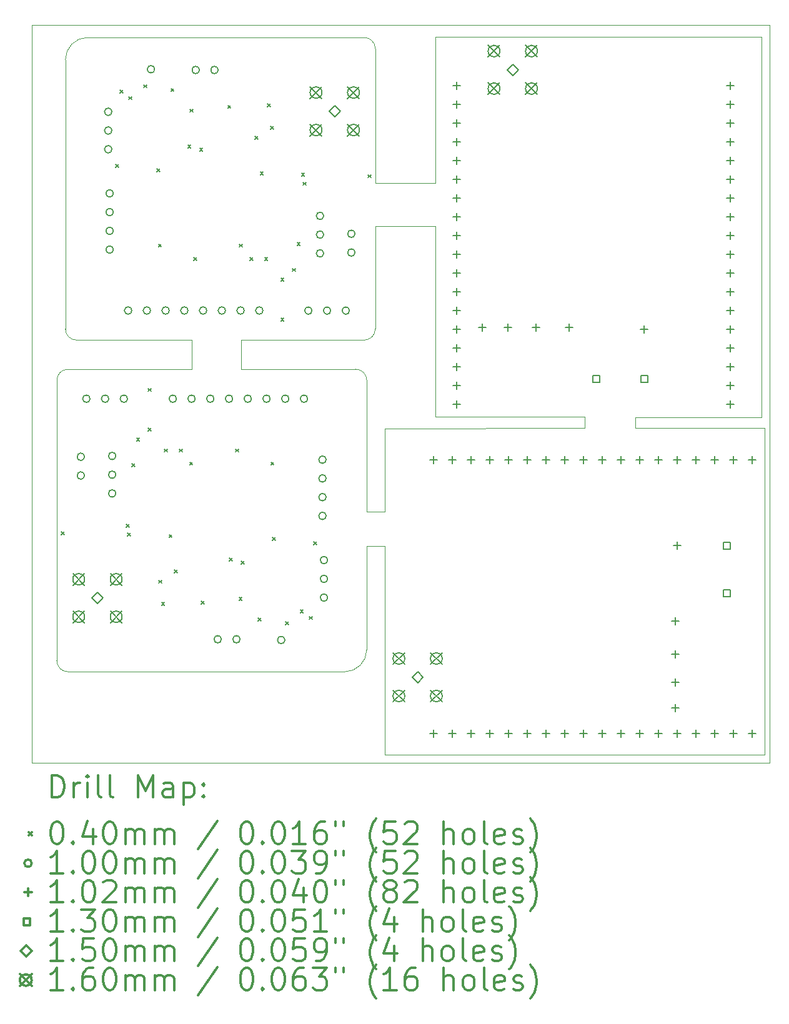
<source format=gbr>
%FSLAX45Y45*%
G04 Gerber Fmt 4.5, Leading zero omitted, Abs format (unit mm)*
G04 Created by KiCad (PCBNEW 4.0.6-e0-6349~53~ubuntu14.04.1) date Thu Apr  6 15:26:07 2017*
%MOMM*%
%LPD*%
G01*
G04 APERTURE LIST*
%ADD10C,0.127000*%
%ADD11C,0.100000*%
%ADD12C,0.200000*%
%ADD13C,0.300000*%
G04 APERTURE END LIST*
D10*
D11*
X10000000Y-5000000D02*
X10000000Y-15000000D01*
X20000000Y-5000000D02*
X10000000Y-5000000D01*
X20000000Y-15000000D02*
X20000000Y-5000000D01*
X10000000Y-15000000D02*
X20000000Y-15000000D01*
X14537000Y-11599000D02*
X14536000Y-9817000D01*
X14781000Y-11599000D02*
X14537000Y-11599000D01*
X14780000Y-10469000D02*
X14781000Y-11599000D01*
X14781000Y-12063000D02*
X14780000Y-14877000D01*
X14536000Y-12063000D02*
X14781000Y-12063000D01*
X14536000Y-13467000D02*
X14536000Y-12063000D01*
X18178000Y-10321000D02*
X19888000Y-10320000D01*
X18178000Y-10465000D02*
X18178000Y-10321000D01*
X19930000Y-10465000D02*
X18178000Y-10465000D01*
X17490000Y-10467000D02*
X14780000Y-10468000D01*
X17490000Y-10314000D02*
X17490000Y-10467000D01*
X17047000Y-10314000D02*
X17490000Y-10314000D01*
X15469000Y-10315000D02*
X17047000Y-10314000D01*
X15469000Y-7147000D02*
X15468000Y-5163000D01*
X14653000Y-7147000D02*
X15469000Y-7147000D01*
X14652000Y-5323000D02*
X14653000Y-7147000D01*
X15469000Y-7726000D02*
X15469000Y-10314000D01*
X14651000Y-7726000D02*
X15469000Y-7726000D01*
X14652000Y-9121000D02*
X14651000Y-7726000D01*
X12834000Y-9667000D02*
X14388000Y-9667000D01*
X12834000Y-9271000D02*
X12834000Y-9667000D01*
X14500000Y-9272000D02*
X12834000Y-9271000D01*
X12165000Y-9665000D02*
X10487000Y-9667000D01*
X12165000Y-9272000D02*
X12165000Y-9665000D01*
X10602000Y-9272000D02*
X12165000Y-9272000D01*
X15468000Y-5164000D02*
X15478000Y-5164000D01*
X19888000Y-5164000D02*
X19888000Y-10314000D01*
X15468000Y-5164000D02*
X19888000Y-5164000D01*
X14499000Y-5172000D02*
X10752000Y-5172000D01*
X10452000Y-5473000D02*
X10452000Y-9126000D01*
X14652000Y-5322000D02*
G75*
G03X14502000Y-5172000I-150000J0D01*
G01*
X14502000Y-9272000D02*
G75*
G03X14652000Y-9122000I0J150000D01*
G01*
X10452000Y-9122000D02*
G75*
G03X10602000Y-9272000I150000J0D01*
G01*
X10752000Y-5172000D02*
G75*
G03X10452000Y-5472000I0J-300000D01*
G01*
X14780000Y-14888000D02*
X14780000Y-14878000D01*
X19930000Y-14888000D02*
X14780000Y-14888000D01*
X19930000Y-10468000D02*
X19930000Y-14888000D01*
X10489000Y-13767000D02*
X14236000Y-13767000D01*
X10336000Y-9818000D02*
X10336000Y-13618000D01*
X10336000Y-13617000D02*
G75*
G03X10486000Y-13767000I150000J0D01*
G01*
X10486000Y-9667000D02*
G75*
G03X10336000Y-9817000I0J-150000D01*
G01*
X14536000Y-9817000D02*
G75*
G03X14386000Y-9667000I-150000J0D01*
G01*
X14236000Y-13767000D02*
G75*
G03X14536000Y-13467000I0J300000D01*
G01*
D12*
X10396000Y-11867000D02*
X10436000Y-11907000D01*
X10436000Y-11867000D02*
X10396000Y-11907000D01*
X11132000Y-6892000D02*
X11172000Y-6932000D01*
X11172000Y-6892000D02*
X11132000Y-6932000D01*
X11192000Y-5882000D02*
X11232000Y-5922000D01*
X11232000Y-5882000D02*
X11192000Y-5922000D01*
X11276000Y-11767000D02*
X11316000Y-11807000D01*
X11316000Y-11767000D02*
X11276000Y-11807000D01*
X11296000Y-11887000D02*
X11336000Y-11927000D01*
X11336000Y-11887000D02*
X11296000Y-11927000D01*
X11312000Y-5972000D02*
X11352000Y-6012000D01*
X11352000Y-5972000D02*
X11312000Y-6012000D01*
X11356000Y-10947000D02*
X11396000Y-10987000D01*
X11396000Y-10947000D02*
X11356000Y-10987000D01*
X11416000Y-10597000D02*
X11456000Y-10637000D01*
X11456000Y-10597000D02*
X11416000Y-10637000D01*
X11512000Y-5812000D02*
X11552000Y-5852000D01*
X11552000Y-5812000D02*
X11512000Y-5852000D01*
X11576000Y-9927000D02*
X11616000Y-9967000D01*
X11616000Y-9927000D02*
X11576000Y-9967000D01*
X11576000Y-10467000D02*
X11616000Y-10507000D01*
X11616000Y-10467000D02*
X11576000Y-10507000D01*
X11692000Y-6952000D02*
X11732000Y-6992000D01*
X11732000Y-6952000D02*
X11692000Y-6992000D01*
X11712000Y-7972000D02*
X11752000Y-8012000D01*
X11752000Y-7972000D02*
X11712000Y-8012000D01*
X11716000Y-12527000D02*
X11756000Y-12567000D01*
X11756000Y-12527000D02*
X11716000Y-12567000D01*
X11756000Y-12827000D02*
X11796000Y-12867000D01*
X11796000Y-12827000D02*
X11756000Y-12867000D01*
X11796000Y-10747000D02*
X11836000Y-10787000D01*
X11836000Y-10747000D02*
X11796000Y-10787000D01*
X11856000Y-11907000D02*
X11896000Y-11947000D01*
X11896000Y-11907000D02*
X11856000Y-11947000D01*
X11882000Y-5862000D02*
X11922000Y-5902000D01*
X11922000Y-5862000D02*
X11882000Y-5902000D01*
X11926000Y-12387000D02*
X11966000Y-12427000D01*
X11966000Y-12387000D02*
X11926000Y-12427000D01*
X11996000Y-10747000D02*
X12036000Y-10787000D01*
X12036000Y-10747000D02*
X11996000Y-10787000D01*
X12112000Y-6632000D02*
X12152000Y-6672000D01*
X12152000Y-6632000D02*
X12112000Y-6672000D01*
X12136000Y-10927000D02*
X12176000Y-10967000D01*
X12176000Y-10927000D02*
X12136000Y-10967000D01*
X12142000Y-6142000D02*
X12182000Y-6182000D01*
X12182000Y-6142000D02*
X12142000Y-6182000D01*
X12192000Y-8152000D02*
X12232000Y-8192000D01*
X12232000Y-8152000D02*
X12192000Y-8192000D01*
X12272000Y-6672000D02*
X12312000Y-6712000D01*
X12312000Y-6672000D02*
X12272000Y-6712000D01*
X12296000Y-12807000D02*
X12336000Y-12847000D01*
X12336000Y-12807000D02*
X12296000Y-12847000D01*
X12652000Y-6092000D02*
X12692000Y-6132000D01*
X12692000Y-6092000D02*
X12652000Y-6132000D01*
X12676000Y-12227000D02*
X12716000Y-12267000D01*
X12716000Y-12227000D02*
X12676000Y-12267000D01*
X12756000Y-10747000D02*
X12796000Y-10787000D01*
X12796000Y-10747000D02*
X12756000Y-10787000D01*
X12806000Y-12757000D02*
X12846000Y-12797000D01*
X12846000Y-12757000D02*
X12806000Y-12797000D01*
X12812000Y-7972000D02*
X12852000Y-8012000D01*
X12852000Y-7972000D02*
X12812000Y-8012000D01*
X12836000Y-12267000D02*
X12876000Y-12307000D01*
X12876000Y-12267000D02*
X12836000Y-12307000D01*
X12952000Y-8152000D02*
X12992000Y-8192000D01*
X12992000Y-8152000D02*
X12952000Y-8192000D01*
X13022000Y-6512000D02*
X13062000Y-6552000D01*
X13062000Y-6512000D02*
X13022000Y-6552000D01*
X13066000Y-13037000D02*
X13106000Y-13077000D01*
X13106000Y-13037000D02*
X13066000Y-13077000D01*
X13092000Y-6992000D02*
X13132000Y-7032000D01*
X13132000Y-6992000D02*
X13092000Y-7032000D01*
X13152000Y-8152000D02*
X13192000Y-8192000D01*
X13192000Y-8152000D02*
X13152000Y-8192000D01*
X13192000Y-6072000D02*
X13232000Y-6112000D01*
X13232000Y-6072000D02*
X13192000Y-6112000D01*
X13232000Y-6372000D02*
X13272000Y-6412000D01*
X13272000Y-6372000D02*
X13232000Y-6412000D01*
X13236000Y-10927000D02*
X13276000Y-10967000D01*
X13276000Y-10927000D02*
X13236000Y-10967000D01*
X13256000Y-11947000D02*
X13296000Y-11987000D01*
X13296000Y-11947000D02*
X13256000Y-11987000D01*
X13372000Y-8432000D02*
X13412000Y-8472000D01*
X13412000Y-8432000D02*
X13372000Y-8472000D01*
X13372000Y-8972000D02*
X13412000Y-9012000D01*
X13412000Y-8972000D02*
X13372000Y-9012000D01*
X13436000Y-13087000D02*
X13476000Y-13127000D01*
X13476000Y-13087000D02*
X13436000Y-13127000D01*
X13532000Y-8302000D02*
X13572000Y-8342000D01*
X13572000Y-8302000D02*
X13532000Y-8342000D01*
X13592000Y-7952000D02*
X13632000Y-7992000D01*
X13632000Y-7952000D02*
X13592000Y-7992000D01*
X13636000Y-12927000D02*
X13676000Y-12967000D01*
X13676000Y-12927000D02*
X13636000Y-12967000D01*
X13652000Y-7012000D02*
X13692000Y-7052000D01*
X13692000Y-7012000D02*
X13652000Y-7052000D01*
X13672000Y-7132000D02*
X13712000Y-7172000D01*
X13712000Y-7132000D02*
X13672000Y-7172000D01*
X13756000Y-13017000D02*
X13796000Y-13057000D01*
X13796000Y-13017000D02*
X13756000Y-13057000D01*
X13816000Y-12007000D02*
X13856000Y-12047000D01*
X13856000Y-12007000D02*
X13816000Y-12047000D01*
X14552000Y-7032000D02*
X14592000Y-7072000D01*
X14592000Y-7032000D02*
X14552000Y-7072000D01*
X10711000Y-10853000D02*
G75*
G03X10711000Y-10853000I-50000J0D01*
G01*
X10711000Y-11107000D02*
G75*
G03X10711000Y-11107000I-50000J0D01*
G01*
X10786000Y-10067000D02*
G75*
G03X10786000Y-10067000I-50000J0D01*
G01*
X11040000Y-10067000D02*
G75*
G03X11040000Y-10067000I-50000J0D01*
G01*
X11082000Y-6178000D02*
G75*
G03X11082000Y-6178000I-50000J0D01*
G01*
X11082000Y-6432000D02*
G75*
G03X11082000Y-6432000I-50000J0D01*
G01*
X11082000Y-6686000D02*
G75*
G03X11082000Y-6686000I-50000J0D01*
G01*
X11102000Y-7284000D02*
G75*
G03X11102000Y-7284000I-50000J0D01*
G01*
X11102000Y-7538000D02*
G75*
G03X11102000Y-7538000I-50000J0D01*
G01*
X11102000Y-7792000D02*
G75*
G03X11102000Y-7792000I-50000J0D01*
G01*
X11102000Y-8046000D02*
G75*
G03X11102000Y-8046000I-50000J0D01*
G01*
X11136000Y-10842000D02*
G75*
G03X11136000Y-10842000I-50000J0D01*
G01*
X11136000Y-11096000D02*
G75*
G03X11136000Y-11096000I-50000J0D01*
G01*
X11136000Y-11350000D02*
G75*
G03X11136000Y-11350000I-50000J0D01*
G01*
X11294000Y-10067000D02*
G75*
G03X11294000Y-10067000I-50000J0D01*
G01*
X11352000Y-8872000D02*
G75*
G03X11352000Y-8872000I-50000J0D01*
G01*
X11606000Y-8872000D02*
G75*
G03X11606000Y-8872000I-50000J0D01*
G01*
X11662000Y-5602000D02*
G75*
G03X11662000Y-5602000I-50000J0D01*
G01*
X11860000Y-8872000D02*
G75*
G03X11860000Y-8872000I-50000J0D01*
G01*
X11958000Y-10067000D02*
G75*
G03X11958000Y-10067000I-50000J0D01*
G01*
X12114000Y-8872000D02*
G75*
G03X12114000Y-8872000I-50000J0D01*
G01*
X12212000Y-10067000D02*
G75*
G03X12212000Y-10067000I-50000J0D01*
G01*
X12268000Y-5612000D02*
G75*
G03X12268000Y-5612000I-50000J0D01*
G01*
X12368000Y-8872000D02*
G75*
G03X12368000Y-8872000I-50000J0D01*
G01*
X12466000Y-10067000D02*
G75*
G03X12466000Y-10067000I-50000J0D01*
G01*
X12522000Y-5612000D02*
G75*
G03X12522000Y-5612000I-50000J0D01*
G01*
X12566000Y-13327000D02*
G75*
G03X12566000Y-13327000I-50000J0D01*
G01*
X12622000Y-8872000D02*
G75*
G03X12622000Y-8872000I-50000J0D01*
G01*
X12720000Y-10067000D02*
G75*
G03X12720000Y-10067000I-50000J0D01*
G01*
X12820000Y-13327000D02*
G75*
G03X12820000Y-13327000I-50000J0D01*
G01*
X12876000Y-8872000D02*
G75*
G03X12876000Y-8872000I-50000J0D01*
G01*
X12974000Y-10067000D02*
G75*
G03X12974000Y-10067000I-50000J0D01*
G01*
X13130000Y-8872000D02*
G75*
G03X13130000Y-8872000I-50000J0D01*
G01*
X13228000Y-10067000D02*
G75*
G03X13228000Y-10067000I-50000J0D01*
G01*
X13426000Y-13337000D02*
G75*
G03X13426000Y-13337000I-50000J0D01*
G01*
X13482000Y-10067000D02*
G75*
G03X13482000Y-10067000I-50000J0D01*
G01*
X13736000Y-10067000D02*
G75*
G03X13736000Y-10067000I-50000J0D01*
G01*
X13794000Y-8872000D02*
G75*
G03X13794000Y-8872000I-50000J0D01*
G01*
X13952000Y-7589000D02*
G75*
G03X13952000Y-7589000I-50000J0D01*
G01*
X13952000Y-7843000D02*
G75*
G03X13952000Y-7843000I-50000J0D01*
G01*
X13952000Y-8097000D02*
G75*
G03X13952000Y-8097000I-50000J0D01*
G01*
X13986000Y-10893000D02*
G75*
G03X13986000Y-10893000I-50000J0D01*
G01*
X13986000Y-11147000D02*
G75*
G03X13986000Y-11147000I-50000J0D01*
G01*
X13986000Y-11401000D02*
G75*
G03X13986000Y-11401000I-50000J0D01*
G01*
X13986000Y-11655000D02*
G75*
G03X13986000Y-11655000I-50000J0D01*
G01*
X14006000Y-12253000D02*
G75*
G03X14006000Y-12253000I-50000J0D01*
G01*
X14006000Y-12507000D02*
G75*
G03X14006000Y-12507000I-50000J0D01*
G01*
X14006000Y-12761000D02*
G75*
G03X14006000Y-12761000I-50000J0D01*
G01*
X14048000Y-8872000D02*
G75*
G03X14048000Y-8872000I-50000J0D01*
G01*
X14302000Y-8872000D02*
G75*
G03X14302000Y-8872000I-50000J0D01*
G01*
X14377000Y-7832000D02*
G75*
G03X14377000Y-7832000I-50000J0D01*
G01*
X14377000Y-8086000D02*
G75*
G03X14377000Y-8086000I-50000J0D01*
G01*
X15439000Y-10841400D02*
X15439000Y-10943000D01*
X15388200Y-10892200D02*
X15489800Y-10892200D01*
X15439000Y-14552086D02*
X15439000Y-14653686D01*
X15388200Y-14602886D02*
X15489800Y-14602886D01*
X15693000Y-10841400D02*
X15693000Y-10943000D01*
X15642200Y-10892200D02*
X15743800Y-10892200D01*
X15693000Y-14552086D02*
X15693000Y-14653686D01*
X15642200Y-14602886D02*
X15743800Y-14602886D01*
X15753114Y-5772200D02*
X15753114Y-5873800D01*
X15702314Y-5823000D02*
X15803914Y-5823000D01*
X15753114Y-6026200D02*
X15753114Y-6127800D01*
X15702314Y-6077000D02*
X15803914Y-6077000D01*
X15753114Y-6280200D02*
X15753114Y-6381800D01*
X15702314Y-6331000D02*
X15803914Y-6331000D01*
X15753114Y-6534200D02*
X15753114Y-6635800D01*
X15702314Y-6585000D02*
X15803914Y-6585000D01*
X15753114Y-6788200D02*
X15753114Y-6889800D01*
X15702314Y-6839000D02*
X15803914Y-6839000D01*
X15753114Y-7042200D02*
X15753114Y-7143800D01*
X15702314Y-7093000D02*
X15803914Y-7093000D01*
X15753114Y-7296200D02*
X15753114Y-7397800D01*
X15702314Y-7347000D02*
X15803914Y-7347000D01*
X15753114Y-7550200D02*
X15753114Y-7651800D01*
X15702314Y-7601000D02*
X15803914Y-7601000D01*
X15753114Y-7804200D02*
X15753114Y-7905800D01*
X15702314Y-7855000D02*
X15803914Y-7855000D01*
X15753114Y-8058200D02*
X15753114Y-8159800D01*
X15702314Y-8109000D02*
X15803914Y-8109000D01*
X15753114Y-8312200D02*
X15753114Y-8413800D01*
X15702314Y-8363000D02*
X15803914Y-8363000D01*
X15753114Y-8566200D02*
X15753114Y-8667800D01*
X15702314Y-8617000D02*
X15803914Y-8617000D01*
X15753114Y-8820200D02*
X15753114Y-8921800D01*
X15702314Y-8871000D02*
X15803914Y-8871000D01*
X15753114Y-9074200D02*
X15753114Y-9175800D01*
X15702314Y-9125000D02*
X15803914Y-9125000D01*
X15753114Y-9328200D02*
X15753114Y-9429800D01*
X15702314Y-9379000D02*
X15803914Y-9379000D01*
X15753114Y-9582200D02*
X15753114Y-9683800D01*
X15702314Y-9633000D02*
X15803914Y-9633000D01*
X15753114Y-9836200D02*
X15753114Y-9937800D01*
X15702314Y-9887000D02*
X15803914Y-9887000D01*
X15753114Y-10090200D02*
X15753114Y-10191800D01*
X15702314Y-10141000D02*
X15803914Y-10141000D01*
X15947000Y-10841400D02*
X15947000Y-10943000D01*
X15896200Y-10892200D02*
X15997800Y-10892200D01*
X15947000Y-14552086D02*
X15947000Y-14653686D01*
X15896200Y-14602886D02*
X15997800Y-14602886D01*
X16098000Y-9053200D02*
X16098000Y-9154800D01*
X16047200Y-9104000D02*
X16148800Y-9104000D01*
X16201000Y-10841400D02*
X16201000Y-10943000D01*
X16150200Y-10892200D02*
X16251800Y-10892200D01*
X16201000Y-14552086D02*
X16201000Y-14653686D01*
X16150200Y-14602886D02*
X16251800Y-14602886D01*
X16451000Y-9051700D02*
X16451000Y-9153300D01*
X16400200Y-9102500D02*
X16501800Y-9102500D01*
X16455000Y-10841400D02*
X16455000Y-10943000D01*
X16404200Y-10892200D02*
X16505800Y-10892200D01*
X16455000Y-14552086D02*
X16455000Y-14653686D01*
X16404200Y-14602886D02*
X16505800Y-14602886D01*
X16709000Y-10841400D02*
X16709000Y-10943000D01*
X16658200Y-10892200D02*
X16759800Y-10892200D01*
X16709000Y-14552086D02*
X16709000Y-14653686D01*
X16658200Y-14602886D02*
X16759800Y-14602886D01*
X16832000Y-9051700D02*
X16832000Y-9153300D01*
X16781200Y-9102500D02*
X16882800Y-9102500D01*
X16963000Y-10841400D02*
X16963000Y-10943000D01*
X16912200Y-10892200D02*
X17013800Y-10892200D01*
X16963000Y-14552086D02*
X16963000Y-14653686D01*
X16912200Y-14602886D02*
X17013800Y-14602886D01*
X17217000Y-10841400D02*
X17217000Y-10943000D01*
X17166200Y-10892200D02*
X17267800Y-10892200D01*
X17217000Y-14552086D02*
X17217000Y-14653686D01*
X17166200Y-14602886D02*
X17267800Y-14602886D01*
X17276500Y-9051700D02*
X17276500Y-9153300D01*
X17225700Y-9102500D02*
X17327300Y-9102500D01*
X17471000Y-10841400D02*
X17471000Y-10943000D01*
X17420200Y-10892200D02*
X17521800Y-10892200D01*
X17471000Y-14552086D02*
X17471000Y-14653686D01*
X17420200Y-14602886D02*
X17521800Y-14602886D01*
X17725000Y-10841400D02*
X17725000Y-10943000D01*
X17674200Y-10892200D02*
X17775800Y-10892200D01*
X17725000Y-14552086D02*
X17725000Y-14653686D01*
X17674200Y-14602886D02*
X17775800Y-14602886D01*
X17979000Y-10841400D02*
X17979000Y-10943000D01*
X17928200Y-10892200D02*
X18029800Y-10892200D01*
X17979000Y-14552086D02*
X17979000Y-14653686D01*
X17928200Y-14602886D02*
X18029800Y-14602886D01*
X18233000Y-10841400D02*
X18233000Y-10943000D01*
X18182200Y-10892200D02*
X18283800Y-10892200D01*
X18233000Y-14552086D02*
X18233000Y-14653686D01*
X18182200Y-14602886D02*
X18283800Y-14602886D01*
X18298000Y-9073200D02*
X18298000Y-9174800D01*
X18247200Y-9124000D02*
X18348800Y-9124000D01*
X18487000Y-10841400D02*
X18487000Y-10943000D01*
X18436200Y-10892200D02*
X18537800Y-10892200D01*
X18487000Y-14552086D02*
X18487000Y-14653686D01*
X18436200Y-14602886D02*
X18537800Y-14602886D01*
X18718500Y-13028700D02*
X18718500Y-13130300D01*
X18667700Y-13079500D02*
X18769300Y-13079500D01*
X18718500Y-13473200D02*
X18718500Y-13574800D01*
X18667700Y-13524000D02*
X18769300Y-13524000D01*
X18718500Y-13854200D02*
X18718500Y-13955800D01*
X18667700Y-13905000D02*
X18769300Y-13905000D01*
X18720000Y-14207200D02*
X18720000Y-14308800D01*
X18669200Y-14258000D02*
X18770800Y-14258000D01*
X18740000Y-12007200D02*
X18740000Y-12108800D01*
X18689200Y-12058000D02*
X18790800Y-12058000D01*
X18741000Y-10841400D02*
X18741000Y-10943000D01*
X18690200Y-10892200D02*
X18791800Y-10892200D01*
X18741000Y-14552086D02*
X18741000Y-14653686D01*
X18690200Y-14602886D02*
X18791800Y-14602886D01*
X18995000Y-10841400D02*
X18995000Y-10943000D01*
X18944200Y-10892200D02*
X19045800Y-10892200D01*
X18995000Y-14552086D02*
X18995000Y-14653686D01*
X18944200Y-14602886D02*
X19045800Y-14602886D01*
X19249000Y-10841400D02*
X19249000Y-10943000D01*
X19198200Y-10892200D02*
X19299800Y-10892200D01*
X19249000Y-14552086D02*
X19249000Y-14653686D01*
X19198200Y-14602886D02*
X19299800Y-14602886D01*
X19463800Y-5772200D02*
X19463800Y-5873800D01*
X19413000Y-5823000D02*
X19514600Y-5823000D01*
X19463800Y-6026200D02*
X19463800Y-6127800D01*
X19413000Y-6077000D02*
X19514600Y-6077000D01*
X19463800Y-6280200D02*
X19463800Y-6381800D01*
X19413000Y-6331000D02*
X19514600Y-6331000D01*
X19463800Y-6534200D02*
X19463800Y-6635800D01*
X19413000Y-6585000D02*
X19514600Y-6585000D01*
X19463800Y-6788200D02*
X19463800Y-6889800D01*
X19413000Y-6839000D02*
X19514600Y-6839000D01*
X19463800Y-7042200D02*
X19463800Y-7143800D01*
X19413000Y-7093000D02*
X19514600Y-7093000D01*
X19463800Y-7296200D02*
X19463800Y-7397800D01*
X19413000Y-7347000D02*
X19514600Y-7347000D01*
X19463800Y-7550200D02*
X19463800Y-7651800D01*
X19413000Y-7601000D02*
X19514600Y-7601000D01*
X19463800Y-7804200D02*
X19463800Y-7905800D01*
X19413000Y-7855000D02*
X19514600Y-7855000D01*
X19463800Y-8058200D02*
X19463800Y-8159800D01*
X19413000Y-8109000D02*
X19514600Y-8109000D01*
X19463800Y-8312200D02*
X19463800Y-8413800D01*
X19413000Y-8363000D02*
X19514600Y-8363000D01*
X19463800Y-8566200D02*
X19463800Y-8667800D01*
X19413000Y-8617000D02*
X19514600Y-8617000D01*
X19463800Y-8820200D02*
X19463800Y-8921800D01*
X19413000Y-8871000D02*
X19514600Y-8871000D01*
X19463800Y-9074200D02*
X19463800Y-9175800D01*
X19413000Y-9125000D02*
X19514600Y-9125000D01*
X19463800Y-9328200D02*
X19463800Y-9429800D01*
X19413000Y-9379000D02*
X19514600Y-9379000D01*
X19463800Y-9582200D02*
X19463800Y-9683800D01*
X19413000Y-9633000D02*
X19514600Y-9633000D01*
X19463800Y-9836200D02*
X19463800Y-9937800D01*
X19413000Y-9887000D02*
X19514600Y-9887000D01*
X19463800Y-10090200D02*
X19463800Y-10191800D01*
X19413000Y-10141000D02*
X19514600Y-10141000D01*
X19503000Y-10841400D02*
X19503000Y-10943000D01*
X19452200Y-10892200D02*
X19553800Y-10892200D01*
X19503000Y-14552086D02*
X19503000Y-14653686D01*
X19452200Y-14602886D02*
X19553800Y-14602886D01*
X19757000Y-10841400D02*
X19757000Y-10943000D01*
X19706200Y-10892200D02*
X19807800Y-10892200D01*
X19757000Y-14552086D02*
X19757000Y-14653686D01*
X19706200Y-14602886D02*
X19807800Y-14602886D01*
X17696024Y-9846890D02*
X17696024Y-9755111D01*
X17604245Y-9755111D01*
X17604245Y-9846890D01*
X17696024Y-9846890D01*
X18345756Y-9846890D02*
X18345756Y-9755111D01*
X18253977Y-9755111D01*
X18253977Y-9846890D01*
X18345756Y-9846890D01*
X19462890Y-12102023D02*
X19462890Y-12010244D01*
X19371111Y-12010244D01*
X19371111Y-12102023D01*
X19462890Y-12102023D01*
X19462890Y-12751755D02*
X19462890Y-12659976D01*
X19371111Y-12659976D01*
X19371111Y-12751755D01*
X19462890Y-12751755D01*
X10886000Y-12841930D02*
X10960930Y-12767000D01*
X10886000Y-12692070D01*
X10811070Y-12767000D01*
X10886000Y-12841930D01*
X14102000Y-6246930D02*
X14176930Y-6172000D01*
X14102000Y-6097070D01*
X14027070Y-6172000D01*
X14102000Y-6246930D01*
X15226000Y-13916430D02*
X15300930Y-13841500D01*
X15226000Y-13766570D01*
X15151070Y-13841500D01*
X15226000Y-13916430D01*
X16514500Y-5684930D02*
X16589430Y-5610000D01*
X16514500Y-5535070D01*
X16439570Y-5610000D01*
X16514500Y-5684930D01*
X10552117Y-12433117D02*
X10711883Y-12592883D01*
X10711883Y-12433117D02*
X10552117Y-12592883D01*
X10711883Y-12513000D02*
G75*
G03X10711883Y-12513000I-79883J0D01*
G01*
X10552117Y-12941117D02*
X10711883Y-13100883D01*
X10711883Y-12941117D02*
X10552117Y-13100883D01*
X10711883Y-13021000D02*
G75*
G03X10711883Y-13021000I-79883J0D01*
G01*
X11060117Y-12433117D02*
X11219883Y-12592883D01*
X11219883Y-12433117D02*
X11060117Y-12592883D01*
X11219883Y-12513000D02*
G75*
G03X11219883Y-12513000I-79883J0D01*
G01*
X11060117Y-12941117D02*
X11219883Y-13100883D01*
X11219883Y-12941117D02*
X11060117Y-13100883D01*
X11219883Y-13021000D02*
G75*
G03X11219883Y-13021000I-79883J0D01*
G01*
X13768117Y-5838117D02*
X13927883Y-5997883D01*
X13927883Y-5838117D02*
X13768117Y-5997883D01*
X13927883Y-5918000D02*
G75*
G03X13927883Y-5918000I-79883J0D01*
G01*
X13768117Y-6346117D02*
X13927883Y-6505883D01*
X13927883Y-6346117D02*
X13768117Y-6505883D01*
X13927883Y-6426000D02*
G75*
G03X13927883Y-6426000I-79883J0D01*
G01*
X14276117Y-5838117D02*
X14435883Y-5997883D01*
X14435883Y-5838117D02*
X14276117Y-5997883D01*
X14435883Y-5918000D02*
G75*
G03X14435883Y-5918000I-79883J0D01*
G01*
X14276117Y-6346117D02*
X14435883Y-6505883D01*
X14435883Y-6346117D02*
X14276117Y-6505883D01*
X14435883Y-6426000D02*
G75*
G03X14435883Y-6426000I-79883J0D01*
G01*
X14892117Y-13507617D02*
X15051883Y-13667383D01*
X15051883Y-13507617D02*
X14892117Y-13667383D01*
X15051883Y-13587500D02*
G75*
G03X15051883Y-13587500I-79883J0D01*
G01*
X14892117Y-14015617D02*
X15051883Y-14175383D01*
X15051883Y-14015617D02*
X14892117Y-14175383D01*
X15051883Y-14095500D02*
G75*
G03X15051883Y-14095500I-79883J0D01*
G01*
X15400117Y-13507617D02*
X15559883Y-13667383D01*
X15559883Y-13507617D02*
X15400117Y-13667383D01*
X15559883Y-13587500D02*
G75*
G03X15559883Y-13587500I-79883J0D01*
G01*
X15400117Y-14015617D02*
X15559883Y-14175383D01*
X15559883Y-14015617D02*
X15400117Y-14175383D01*
X15559883Y-14095500D02*
G75*
G03X15559883Y-14095500I-79883J0D01*
G01*
X16180617Y-5276117D02*
X16340383Y-5435883D01*
X16340383Y-5276117D02*
X16180617Y-5435883D01*
X16340383Y-5356000D02*
G75*
G03X16340383Y-5356000I-79883J0D01*
G01*
X16180617Y-5784117D02*
X16340383Y-5943883D01*
X16340383Y-5784117D02*
X16180617Y-5943883D01*
X16340383Y-5864000D02*
G75*
G03X16340383Y-5864000I-79883J0D01*
G01*
X16688617Y-5276117D02*
X16848383Y-5435883D01*
X16848383Y-5276117D02*
X16688617Y-5435883D01*
X16848383Y-5356000D02*
G75*
G03X16848383Y-5356000I-79883J0D01*
G01*
X16688617Y-5784117D02*
X16848383Y-5943883D01*
X16848383Y-5784117D02*
X16688617Y-5943883D01*
X16848383Y-5864000D02*
G75*
G03X16848383Y-5864000I-79883J0D01*
G01*
D13*
X10266429Y-15470714D02*
X10266429Y-15170714D01*
X10337857Y-15170714D01*
X10380714Y-15185000D01*
X10409286Y-15213571D01*
X10423571Y-15242143D01*
X10437857Y-15299286D01*
X10437857Y-15342143D01*
X10423571Y-15399286D01*
X10409286Y-15427857D01*
X10380714Y-15456429D01*
X10337857Y-15470714D01*
X10266429Y-15470714D01*
X10566429Y-15470714D02*
X10566429Y-15270714D01*
X10566429Y-15327857D02*
X10580714Y-15299286D01*
X10595000Y-15285000D01*
X10623571Y-15270714D01*
X10652143Y-15270714D01*
X10752143Y-15470714D02*
X10752143Y-15270714D01*
X10752143Y-15170714D02*
X10737857Y-15185000D01*
X10752143Y-15199286D01*
X10766429Y-15185000D01*
X10752143Y-15170714D01*
X10752143Y-15199286D01*
X10937857Y-15470714D02*
X10909286Y-15456429D01*
X10895000Y-15427857D01*
X10895000Y-15170714D01*
X11095000Y-15470714D02*
X11066429Y-15456429D01*
X11052143Y-15427857D01*
X11052143Y-15170714D01*
X11437857Y-15470714D02*
X11437857Y-15170714D01*
X11537857Y-15385000D01*
X11637857Y-15170714D01*
X11637857Y-15470714D01*
X11909286Y-15470714D02*
X11909286Y-15313571D01*
X11895000Y-15285000D01*
X11866428Y-15270714D01*
X11809286Y-15270714D01*
X11780714Y-15285000D01*
X11909286Y-15456429D02*
X11880714Y-15470714D01*
X11809286Y-15470714D01*
X11780714Y-15456429D01*
X11766428Y-15427857D01*
X11766428Y-15399286D01*
X11780714Y-15370714D01*
X11809286Y-15356429D01*
X11880714Y-15356429D01*
X11909286Y-15342143D01*
X12052143Y-15270714D02*
X12052143Y-15570714D01*
X12052143Y-15285000D02*
X12080714Y-15270714D01*
X12137857Y-15270714D01*
X12166428Y-15285000D01*
X12180714Y-15299286D01*
X12195000Y-15327857D01*
X12195000Y-15413571D01*
X12180714Y-15442143D01*
X12166428Y-15456429D01*
X12137857Y-15470714D01*
X12080714Y-15470714D01*
X12052143Y-15456429D01*
X12323571Y-15442143D02*
X12337857Y-15456429D01*
X12323571Y-15470714D01*
X12309286Y-15456429D01*
X12323571Y-15442143D01*
X12323571Y-15470714D01*
X12323571Y-15285000D02*
X12337857Y-15299286D01*
X12323571Y-15313571D01*
X12309286Y-15299286D01*
X12323571Y-15285000D01*
X12323571Y-15313571D01*
X9955000Y-15945000D02*
X9995000Y-15985000D01*
X9995000Y-15945000D02*
X9955000Y-15985000D01*
X10323571Y-15800714D02*
X10352143Y-15800714D01*
X10380714Y-15815000D01*
X10395000Y-15829286D01*
X10409286Y-15857857D01*
X10423571Y-15915000D01*
X10423571Y-15986429D01*
X10409286Y-16043571D01*
X10395000Y-16072143D01*
X10380714Y-16086429D01*
X10352143Y-16100714D01*
X10323571Y-16100714D01*
X10295000Y-16086429D01*
X10280714Y-16072143D01*
X10266429Y-16043571D01*
X10252143Y-15986429D01*
X10252143Y-15915000D01*
X10266429Y-15857857D01*
X10280714Y-15829286D01*
X10295000Y-15815000D01*
X10323571Y-15800714D01*
X10552143Y-16072143D02*
X10566429Y-16086429D01*
X10552143Y-16100714D01*
X10537857Y-16086429D01*
X10552143Y-16072143D01*
X10552143Y-16100714D01*
X10823571Y-15900714D02*
X10823571Y-16100714D01*
X10752143Y-15786429D02*
X10680714Y-16000714D01*
X10866428Y-16000714D01*
X11037857Y-15800714D02*
X11066429Y-15800714D01*
X11095000Y-15815000D01*
X11109286Y-15829286D01*
X11123571Y-15857857D01*
X11137857Y-15915000D01*
X11137857Y-15986429D01*
X11123571Y-16043571D01*
X11109286Y-16072143D01*
X11095000Y-16086429D01*
X11066429Y-16100714D01*
X11037857Y-16100714D01*
X11009286Y-16086429D01*
X10995000Y-16072143D01*
X10980714Y-16043571D01*
X10966429Y-15986429D01*
X10966429Y-15915000D01*
X10980714Y-15857857D01*
X10995000Y-15829286D01*
X11009286Y-15815000D01*
X11037857Y-15800714D01*
X11266428Y-16100714D02*
X11266428Y-15900714D01*
X11266428Y-15929286D02*
X11280714Y-15915000D01*
X11309286Y-15900714D01*
X11352143Y-15900714D01*
X11380714Y-15915000D01*
X11395000Y-15943571D01*
X11395000Y-16100714D01*
X11395000Y-15943571D02*
X11409286Y-15915000D01*
X11437857Y-15900714D01*
X11480714Y-15900714D01*
X11509286Y-15915000D01*
X11523571Y-15943571D01*
X11523571Y-16100714D01*
X11666428Y-16100714D02*
X11666428Y-15900714D01*
X11666428Y-15929286D02*
X11680714Y-15915000D01*
X11709286Y-15900714D01*
X11752143Y-15900714D01*
X11780714Y-15915000D01*
X11795000Y-15943571D01*
X11795000Y-16100714D01*
X11795000Y-15943571D02*
X11809286Y-15915000D01*
X11837857Y-15900714D01*
X11880714Y-15900714D01*
X11909286Y-15915000D01*
X11923571Y-15943571D01*
X11923571Y-16100714D01*
X12509286Y-15786429D02*
X12252143Y-16172143D01*
X12895000Y-15800714D02*
X12923571Y-15800714D01*
X12952143Y-15815000D01*
X12966428Y-15829286D01*
X12980714Y-15857857D01*
X12995000Y-15915000D01*
X12995000Y-15986429D01*
X12980714Y-16043571D01*
X12966428Y-16072143D01*
X12952143Y-16086429D01*
X12923571Y-16100714D01*
X12895000Y-16100714D01*
X12866428Y-16086429D01*
X12852143Y-16072143D01*
X12837857Y-16043571D01*
X12823571Y-15986429D01*
X12823571Y-15915000D01*
X12837857Y-15857857D01*
X12852143Y-15829286D01*
X12866428Y-15815000D01*
X12895000Y-15800714D01*
X13123571Y-16072143D02*
X13137857Y-16086429D01*
X13123571Y-16100714D01*
X13109286Y-16086429D01*
X13123571Y-16072143D01*
X13123571Y-16100714D01*
X13323571Y-15800714D02*
X13352143Y-15800714D01*
X13380714Y-15815000D01*
X13395000Y-15829286D01*
X13409285Y-15857857D01*
X13423571Y-15915000D01*
X13423571Y-15986429D01*
X13409285Y-16043571D01*
X13395000Y-16072143D01*
X13380714Y-16086429D01*
X13352143Y-16100714D01*
X13323571Y-16100714D01*
X13295000Y-16086429D01*
X13280714Y-16072143D01*
X13266428Y-16043571D01*
X13252143Y-15986429D01*
X13252143Y-15915000D01*
X13266428Y-15857857D01*
X13280714Y-15829286D01*
X13295000Y-15815000D01*
X13323571Y-15800714D01*
X13709285Y-16100714D02*
X13537857Y-16100714D01*
X13623571Y-16100714D02*
X13623571Y-15800714D01*
X13595000Y-15843571D01*
X13566428Y-15872143D01*
X13537857Y-15886429D01*
X13966428Y-15800714D02*
X13909285Y-15800714D01*
X13880714Y-15815000D01*
X13866428Y-15829286D01*
X13837857Y-15872143D01*
X13823571Y-15929286D01*
X13823571Y-16043571D01*
X13837857Y-16072143D01*
X13852143Y-16086429D01*
X13880714Y-16100714D01*
X13937857Y-16100714D01*
X13966428Y-16086429D01*
X13980714Y-16072143D01*
X13995000Y-16043571D01*
X13995000Y-15972143D01*
X13980714Y-15943571D01*
X13966428Y-15929286D01*
X13937857Y-15915000D01*
X13880714Y-15915000D01*
X13852143Y-15929286D01*
X13837857Y-15943571D01*
X13823571Y-15972143D01*
X14109286Y-15800714D02*
X14109286Y-15857857D01*
X14223571Y-15800714D02*
X14223571Y-15857857D01*
X14666428Y-16215000D02*
X14652143Y-16200714D01*
X14623571Y-16157857D01*
X14609285Y-16129286D01*
X14595000Y-16086429D01*
X14580714Y-16015000D01*
X14580714Y-15957857D01*
X14595000Y-15886429D01*
X14609285Y-15843571D01*
X14623571Y-15815000D01*
X14652143Y-15772143D01*
X14666428Y-15757857D01*
X14923571Y-15800714D02*
X14780714Y-15800714D01*
X14766428Y-15943571D01*
X14780714Y-15929286D01*
X14809285Y-15915000D01*
X14880714Y-15915000D01*
X14909285Y-15929286D01*
X14923571Y-15943571D01*
X14937857Y-15972143D01*
X14937857Y-16043571D01*
X14923571Y-16072143D01*
X14909285Y-16086429D01*
X14880714Y-16100714D01*
X14809285Y-16100714D01*
X14780714Y-16086429D01*
X14766428Y-16072143D01*
X15052143Y-15829286D02*
X15066428Y-15815000D01*
X15095000Y-15800714D01*
X15166428Y-15800714D01*
X15195000Y-15815000D01*
X15209285Y-15829286D01*
X15223571Y-15857857D01*
X15223571Y-15886429D01*
X15209285Y-15929286D01*
X15037857Y-16100714D01*
X15223571Y-16100714D01*
X15580714Y-16100714D02*
X15580714Y-15800714D01*
X15709285Y-16100714D02*
X15709285Y-15943571D01*
X15695000Y-15915000D01*
X15666428Y-15900714D01*
X15623571Y-15900714D01*
X15595000Y-15915000D01*
X15580714Y-15929286D01*
X15895000Y-16100714D02*
X15866428Y-16086429D01*
X15852143Y-16072143D01*
X15837857Y-16043571D01*
X15837857Y-15957857D01*
X15852143Y-15929286D01*
X15866428Y-15915000D01*
X15895000Y-15900714D01*
X15937857Y-15900714D01*
X15966428Y-15915000D01*
X15980714Y-15929286D01*
X15995000Y-15957857D01*
X15995000Y-16043571D01*
X15980714Y-16072143D01*
X15966428Y-16086429D01*
X15937857Y-16100714D01*
X15895000Y-16100714D01*
X16166428Y-16100714D02*
X16137857Y-16086429D01*
X16123571Y-16057857D01*
X16123571Y-15800714D01*
X16395000Y-16086429D02*
X16366428Y-16100714D01*
X16309286Y-16100714D01*
X16280714Y-16086429D01*
X16266428Y-16057857D01*
X16266428Y-15943571D01*
X16280714Y-15915000D01*
X16309286Y-15900714D01*
X16366428Y-15900714D01*
X16395000Y-15915000D01*
X16409286Y-15943571D01*
X16409286Y-15972143D01*
X16266428Y-16000714D01*
X16523571Y-16086429D02*
X16552143Y-16100714D01*
X16609286Y-16100714D01*
X16637857Y-16086429D01*
X16652143Y-16057857D01*
X16652143Y-16043571D01*
X16637857Y-16015000D01*
X16609286Y-16000714D01*
X16566428Y-16000714D01*
X16537857Y-15986429D01*
X16523571Y-15957857D01*
X16523571Y-15943571D01*
X16537857Y-15915000D01*
X16566428Y-15900714D01*
X16609286Y-15900714D01*
X16637857Y-15915000D01*
X16752143Y-16215000D02*
X16766428Y-16200714D01*
X16795000Y-16157857D01*
X16809286Y-16129286D01*
X16823571Y-16086429D01*
X16837857Y-16015000D01*
X16837857Y-15957857D01*
X16823571Y-15886429D01*
X16809286Y-15843571D01*
X16795000Y-15815000D01*
X16766428Y-15772143D01*
X16752143Y-15757857D01*
X9995000Y-16361000D02*
G75*
G03X9995000Y-16361000I-50000J0D01*
G01*
X10423571Y-16496714D02*
X10252143Y-16496714D01*
X10337857Y-16496714D02*
X10337857Y-16196714D01*
X10309286Y-16239571D01*
X10280714Y-16268143D01*
X10252143Y-16282429D01*
X10552143Y-16468143D02*
X10566429Y-16482429D01*
X10552143Y-16496714D01*
X10537857Y-16482429D01*
X10552143Y-16468143D01*
X10552143Y-16496714D01*
X10752143Y-16196714D02*
X10780714Y-16196714D01*
X10809286Y-16211000D01*
X10823571Y-16225286D01*
X10837857Y-16253857D01*
X10852143Y-16311000D01*
X10852143Y-16382429D01*
X10837857Y-16439571D01*
X10823571Y-16468143D01*
X10809286Y-16482429D01*
X10780714Y-16496714D01*
X10752143Y-16496714D01*
X10723571Y-16482429D01*
X10709286Y-16468143D01*
X10695000Y-16439571D01*
X10680714Y-16382429D01*
X10680714Y-16311000D01*
X10695000Y-16253857D01*
X10709286Y-16225286D01*
X10723571Y-16211000D01*
X10752143Y-16196714D01*
X11037857Y-16196714D02*
X11066429Y-16196714D01*
X11095000Y-16211000D01*
X11109286Y-16225286D01*
X11123571Y-16253857D01*
X11137857Y-16311000D01*
X11137857Y-16382429D01*
X11123571Y-16439571D01*
X11109286Y-16468143D01*
X11095000Y-16482429D01*
X11066429Y-16496714D01*
X11037857Y-16496714D01*
X11009286Y-16482429D01*
X10995000Y-16468143D01*
X10980714Y-16439571D01*
X10966429Y-16382429D01*
X10966429Y-16311000D01*
X10980714Y-16253857D01*
X10995000Y-16225286D01*
X11009286Y-16211000D01*
X11037857Y-16196714D01*
X11266428Y-16496714D02*
X11266428Y-16296714D01*
X11266428Y-16325286D02*
X11280714Y-16311000D01*
X11309286Y-16296714D01*
X11352143Y-16296714D01*
X11380714Y-16311000D01*
X11395000Y-16339571D01*
X11395000Y-16496714D01*
X11395000Y-16339571D02*
X11409286Y-16311000D01*
X11437857Y-16296714D01*
X11480714Y-16296714D01*
X11509286Y-16311000D01*
X11523571Y-16339571D01*
X11523571Y-16496714D01*
X11666428Y-16496714D02*
X11666428Y-16296714D01*
X11666428Y-16325286D02*
X11680714Y-16311000D01*
X11709286Y-16296714D01*
X11752143Y-16296714D01*
X11780714Y-16311000D01*
X11795000Y-16339571D01*
X11795000Y-16496714D01*
X11795000Y-16339571D02*
X11809286Y-16311000D01*
X11837857Y-16296714D01*
X11880714Y-16296714D01*
X11909286Y-16311000D01*
X11923571Y-16339571D01*
X11923571Y-16496714D01*
X12509286Y-16182429D02*
X12252143Y-16568143D01*
X12895000Y-16196714D02*
X12923571Y-16196714D01*
X12952143Y-16211000D01*
X12966428Y-16225286D01*
X12980714Y-16253857D01*
X12995000Y-16311000D01*
X12995000Y-16382429D01*
X12980714Y-16439571D01*
X12966428Y-16468143D01*
X12952143Y-16482429D01*
X12923571Y-16496714D01*
X12895000Y-16496714D01*
X12866428Y-16482429D01*
X12852143Y-16468143D01*
X12837857Y-16439571D01*
X12823571Y-16382429D01*
X12823571Y-16311000D01*
X12837857Y-16253857D01*
X12852143Y-16225286D01*
X12866428Y-16211000D01*
X12895000Y-16196714D01*
X13123571Y-16468143D02*
X13137857Y-16482429D01*
X13123571Y-16496714D01*
X13109286Y-16482429D01*
X13123571Y-16468143D01*
X13123571Y-16496714D01*
X13323571Y-16196714D02*
X13352143Y-16196714D01*
X13380714Y-16211000D01*
X13395000Y-16225286D01*
X13409285Y-16253857D01*
X13423571Y-16311000D01*
X13423571Y-16382429D01*
X13409285Y-16439571D01*
X13395000Y-16468143D01*
X13380714Y-16482429D01*
X13352143Y-16496714D01*
X13323571Y-16496714D01*
X13295000Y-16482429D01*
X13280714Y-16468143D01*
X13266428Y-16439571D01*
X13252143Y-16382429D01*
X13252143Y-16311000D01*
X13266428Y-16253857D01*
X13280714Y-16225286D01*
X13295000Y-16211000D01*
X13323571Y-16196714D01*
X13523571Y-16196714D02*
X13709285Y-16196714D01*
X13609285Y-16311000D01*
X13652143Y-16311000D01*
X13680714Y-16325286D01*
X13695000Y-16339571D01*
X13709285Y-16368143D01*
X13709285Y-16439571D01*
X13695000Y-16468143D01*
X13680714Y-16482429D01*
X13652143Y-16496714D01*
X13566428Y-16496714D01*
X13537857Y-16482429D01*
X13523571Y-16468143D01*
X13852143Y-16496714D02*
X13909285Y-16496714D01*
X13937857Y-16482429D01*
X13952143Y-16468143D01*
X13980714Y-16425286D01*
X13995000Y-16368143D01*
X13995000Y-16253857D01*
X13980714Y-16225286D01*
X13966428Y-16211000D01*
X13937857Y-16196714D01*
X13880714Y-16196714D01*
X13852143Y-16211000D01*
X13837857Y-16225286D01*
X13823571Y-16253857D01*
X13823571Y-16325286D01*
X13837857Y-16353857D01*
X13852143Y-16368143D01*
X13880714Y-16382429D01*
X13937857Y-16382429D01*
X13966428Y-16368143D01*
X13980714Y-16353857D01*
X13995000Y-16325286D01*
X14109286Y-16196714D02*
X14109286Y-16253857D01*
X14223571Y-16196714D02*
X14223571Y-16253857D01*
X14666428Y-16611000D02*
X14652143Y-16596714D01*
X14623571Y-16553857D01*
X14609285Y-16525286D01*
X14595000Y-16482429D01*
X14580714Y-16411000D01*
X14580714Y-16353857D01*
X14595000Y-16282429D01*
X14609285Y-16239571D01*
X14623571Y-16211000D01*
X14652143Y-16168143D01*
X14666428Y-16153857D01*
X14923571Y-16196714D02*
X14780714Y-16196714D01*
X14766428Y-16339571D01*
X14780714Y-16325286D01*
X14809285Y-16311000D01*
X14880714Y-16311000D01*
X14909285Y-16325286D01*
X14923571Y-16339571D01*
X14937857Y-16368143D01*
X14937857Y-16439571D01*
X14923571Y-16468143D01*
X14909285Y-16482429D01*
X14880714Y-16496714D01*
X14809285Y-16496714D01*
X14780714Y-16482429D01*
X14766428Y-16468143D01*
X15052143Y-16225286D02*
X15066428Y-16211000D01*
X15095000Y-16196714D01*
X15166428Y-16196714D01*
X15195000Y-16211000D01*
X15209285Y-16225286D01*
X15223571Y-16253857D01*
X15223571Y-16282429D01*
X15209285Y-16325286D01*
X15037857Y-16496714D01*
X15223571Y-16496714D01*
X15580714Y-16496714D02*
X15580714Y-16196714D01*
X15709285Y-16496714D02*
X15709285Y-16339571D01*
X15695000Y-16311000D01*
X15666428Y-16296714D01*
X15623571Y-16296714D01*
X15595000Y-16311000D01*
X15580714Y-16325286D01*
X15895000Y-16496714D02*
X15866428Y-16482429D01*
X15852143Y-16468143D01*
X15837857Y-16439571D01*
X15837857Y-16353857D01*
X15852143Y-16325286D01*
X15866428Y-16311000D01*
X15895000Y-16296714D01*
X15937857Y-16296714D01*
X15966428Y-16311000D01*
X15980714Y-16325286D01*
X15995000Y-16353857D01*
X15995000Y-16439571D01*
X15980714Y-16468143D01*
X15966428Y-16482429D01*
X15937857Y-16496714D01*
X15895000Y-16496714D01*
X16166428Y-16496714D02*
X16137857Y-16482429D01*
X16123571Y-16453857D01*
X16123571Y-16196714D01*
X16395000Y-16482429D02*
X16366428Y-16496714D01*
X16309286Y-16496714D01*
X16280714Y-16482429D01*
X16266428Y-16453857D01*
X16266428Y-16339571D01*
X16280714Y-16311000D01*
X16309286Y-16296714D01*
X16366428Y-16296714D01*
X16395000Y-16311000D01*
X16409286Y-16339571D01*
X16409286Y-16368143D01*
X16266428Y-16396714D01*
X16523571Y-16482429D02*
X16552143Y-16496714D01*
X16609286Y-16496714D01*
X16637857Y-16482429D01*
X16652143Y-16453857D01*
X16652143Y-16439571D01*
X16637857Y-16411000D01*
X16609286Y-16396714D01*
X16566428Y-16396714D01*
X16537857Y-16382429D01*
X16523571Y-16353857D01*
X16523571Y-16339571D01*
X16537857Y-16311000D01*
X16566428Y-16296714D01*
X16609286Y-16296714D01*
X16637857Y-16311000D01*
X16752143Y-16611000D02*
X16766428Y-16596714D01*
X16795000Y-16553857D01*
X16809286Y-16525286D01*
X16823571Y-16482429D01*
X16837857Y-16411000D01*
X16837857Y-16353857D01*
X16823571Y-16282429D01*
X16809286Y-16239571D01*
X16795000Y-16211000D01*
X16766428Y-16168143D01*
X16752143Y-16153857D01*
X9944200Y-16706200D02*
X9944200Y-16807800D01*
X9893400Y-16757000D02*
X9995000Y-16757000D01*
X10423571Y-16892714D02*
X10252143Y-16892714D01*
X10337857Y-16892714D02*
X10337857Y-16592714D01*
X10309286Y-16635571D01*
X10280714Y-16664143D01*
X10252143Y-16678429D01*
X10552143Y-16864143D02*
X10566429Y-16878429D01*
X10552143Y-16892714D01*
X10537857Y-16878429D01*
X10552143Y-16864143D01*
X10552143Y-16892714D01*
X10752143Y-16592714D02*
X10780714Y-16592714D01*
X10809286Y-16607000D01*
X10823571Y-16621286D01*
X10837857Y-16649857D01*
X10852143Y-16707000D01*
X10852143Y-16778429D01*
X10837857Y-16835572D01*
X10823571Y-16864143D01*
X10809286Y-16878429D01*
X10780714Y-16892714D01*
X10752143Y-16892714D01*
X10723571Y-16878429D01*
X10709286Y-16864143D01*
X10695000Y-16835572D01*
X10680714Y-16778429D01*
X10680714Y-16707000D01*
X10695000Y-16649857D01*
X10709286Y-16621286D01*
X10723571Y-16607000D01*
X10752143Y-16592714D01*
X10966429Y-16621286D02*
X10980714Y-16607000D01*
X11009286Y-16592714D01*
X11080714Y-16592714D01*
X11109286Y-16607000D01*
X11123571Y-16621286D01*
X11137857Y-16649857D01*
X11137857Y-16678429D01*
X11123571Y-16721286D01*
X10952143Y-16892714D01*
X11137857Y-16892714D01*
X11266428Y-16892714D02*
X11266428Y-16692714D01*
X11266428Y-16721286D02*
X11280714Y-16707000D01*
X11309286Y-16692714D01*
X11352143Y-16692714D01*
X11380714Y-16707000D01*
X11395000Y-16735571D01*
X11395000Y-16892714D01*
X11395000Y-16735571D02*
X11409286Y-16707000D01*
X11437857Y-16692714D01*
X11480714Y-16692714D01*
X11509286Y-16707000D01*
X11523571Y-16735571D01*
X11523571Y-16892714D01*
X11666428Y-16892714D02*
X11666428Y-16692714D01*
X11666428Y-16721286D02*
X11680714Y-16707000D01*
X11709286Y-16692714D01*
X11752143Y-16692714D01*
X11780714Y-16707000D01*
X11795000Y-16735571D01*
X11795000Y-16892714D01*
X11795000Y-16735571D02*
X11809286Y-16707000D01*
X11837857Y-16692714D01*
X11880714Y-16692714D01*
X11909286Y-16707000D01*
X11923571Y-16735571D01*
X11923571Y-16892714D01*
X12509286Y-16578429D02*
X12252143Y-16964143D01*
X12895000Y-16592714D02*
X12923571Y-16592714D01*
X12952143Y-16607000D01*
X12966428Y-16621286D01*
X12980714Y-16649857D01*
X12995000Y-16707000D01*
X12995000Y-16778429D01*
X12980714Y-16835572D01*
X12966428Y-16864143D01*
X12952143Y-16878429D01*
X12923571Y-16892714D01*
X12895000Y-16892714D01*
X12866428Y-16878429D01*
X12852143Y-16864143D01*
X12837857Y-16835572D01*
X12823571Y-16778429D01*
X12823571Y-16707000D01*
X12837857Y-16649857D01*
X12852143Y-16621286D01*
X12866428Y-16607000D01*
X12895000Y-16592714D01*
X13123571Y-16864143D02*
X13137857Y-16878429D01*
X13123571Y-16892714D01*
X13109286Y-16878429D01*
X13123571Y-16864143D01*
X13123571Y-16892714D01*
X13323571Y-16592714D02*
X13352143Y-16592714D01*
X13380714Y-16607000D01*
X13395000Y-16621286D01*
X13409285Y-16649857D01*
X13423571Y-16707000D01*
X13423571Y-16778429D01*
X13409285Y-16835572D01*
X13395000Y-16864143D01*
X13380714Y-16878429D01*
X13352143Y-16892714D01*
X13323571Y-16892714D01*
X13295000Y-16878429D01*
X13280714Y-16864143D01*
X13266428Y-16835572D01*
X13252143Y-16778429D01*
X13252143Y-16707000D01*
X13266428Y-16649857D01*
X13280714Y-16621286D01*
X13295000Y-16607000D01*
X13323571Y-16592714D01*
X13680714Y-16692714D02*
X13680714Y-16892714D01*
X13609285Y-16578429D02*
X13537857Y-16792714D01*
X13723571Y-16792714D01*
X13895000Y-16592714D02*
X13923571Y-16592714D01*
X13952143Y-16607000D01*
X13966428Y-16621286D01*
X13980714Y-16649857D01*
X13995000Y-16707000D01*
X13995000Y-16778429D01*
X13980714Y-16835572D01*
X13966428Y-16864143D01*
X13952143Y-16878429D01*
X13923571Y-16892714D01*
X13895000Y-16892714D01*
X13866428Y-16878429D01*
X13852143Y-16864143D01*
X13837857Y-16835572D01*
X13823571Y-16778429D01*
X13823571Y-16707000D01*
X13837857Y-16649857D01*
X13852143Y-16621286D01*
X13866428Y-16607000D01*
X13895000Y-16592714D01*
X14109286Y-16592714D02*
X14109286Y-16649857D01*
X14223571Y-16592714D02*
X14223571Y-16649857D01*
X14666428Y-17007000D02*
X14652143Y-16992714D01*
X14623571Y-16949857D01*
X14609285Y-16921286D01*
X14595000Y-16878429D01*
X14580714Y-16807000D01*
X14580714Y-16749857D01*
X14595000Y-16678429D01*
X14609285Y-16635571D01*
X14623571Y-16607000D01*
X14652143Y-16564143D01*
X14666428Y-16549857D01*
X14823571Y-16721286D02*
X14795000Y-16707000D01*
X14780714Y-16692714D01*
X14766428Y-16664143D01*
X14766428Y-16649857D01*
X14780714Y-16621286D01*
X14795000Y-16607000D01*
X14823571Y-16592714D01*
X14880714Y-16592714D01*
X14909285Y-16607000D01*
X14923571Y-16621286D01*
X14937857Y-16649857D01*
X14937857Y-16664143D01*
X14923571Y-16692714D01*
X14909285Y-16707000D01*
X14880714Y-16721286D01*
X14823571Y-16721286D01*
X14795000Y-16735571D01*
X14780714Y-16749857D01*
X14766428Y-16778429D01*
X14766428Y-16835572D01*
X14780714Y-16864143D01*
X14795000Y-16878429D01*
X14823571Y-16892714D01*
X14880714Y-16892714D01*
X14909285Y-16878429D01*
X14923571Y-16864143D01*
X14937857Y-16835572D01*
X14937857Y-16778429D01*
X14923571Y-16749857D01*
X14909285Y-16735571D01*
X14880714Y-16721286D01*
X15052143Y-16621286D02*
X15066428Y-16607000D01*
X15095000Y-16592714D01*
X15166428Y-16592714D01*
X15195000Y-16607000D01*
X15209285Y-16621286D01*
X15223571Y-16649857D01*
X15223571Y-16678429D01*
X15209285Y-16721286D01*
X15037857Y-16892714D01*
X15223571Y-16892714D01*
X15580714Y-16892714D02*
X15580714Y-16592714D01*
X15709285Y-16892714D02*
X15709285Y-16735571D01*
X15695000Y-16707000D01*
X15666428Y-16692714D01*
X15623571Y-16692714D01*
X15595000Y-16707000D01*
X15580714Y-16721286D01*
X15895000Y-16892714D02*
X15866428Y-16878429D01*
X15852143Y-16864143D01*
X15837857Y-16835572D01*
X15837857Y-16749857D01*
X15852143Y-16721286D01*
X15866428Y-16707000D01*
X15895000Y-16692714D01*
X15937857Y-16692714D01*
X15966428Y-16707000D01*
X15980714Y-16721286D01*
X15995000Y-16749857D01*
X15995000Y-16835572D01*
X15980714Y-16864143D01*
X15966428Y-16878429D01*
X15937857Y-16892714D01*
X15895000Y-16892714D01*
X16166428Y-16892714D02*
X16137857Y-16878429D01*
X16123571Y-16849857D01*
X16123571Y-16592714D01*
X16395000Y-16878429D02*
X16366428Y-16892714D01*
X16309286Y-16892714D01*
X16280714Y-16878429D01*
X16266428Y-16849857D01*
X16266428Y-16735571D01*
X16280714Y-16707000D01*
X16309286Y-16692714D01*
X16366428Y-16692714D01*
X16395000Y-16707000D01*
X16409286Y-16735571D01*
X16409286Y-16764143D01*
X16266428Y-16792714D01*
X16523571Y-16878429D02*
X16552143Y-16892714D01*
X16609286Y-16892714D01*
X16637857Y-16878429D01*
X16652143Y-16849857D01*
X16652143Y-16835572D01*
X16637857Y-16807000D01*
X16609286Y-16792714D01*
X16566428Y-16792714D01*
X16537857Y-16778429D01*
X16523571Y-16749857D01*
X16523571Y-16735571D01*
X16537857Y-16707000D01*
X16566428Y-16692714D01*
X16609286Y-16692714D01*
X16637857Y-16707000D01*
X16752143Y-17007000D02*
X16766428Y-16992714D01*
X16795000Y-16949857D01*
X16809286Y-16921286D01*
X16823571Y-16878429D01*
X16837857Y-16807000D01*
X16837857Y-16749857D01*
X16823571Y-16678429D01*
X16809286Y-16635571D01*
X16795000Y-16607000D01*
X16766428Y-16564143D01*
X16752143Y-16549857D01*
X9975992Y-17198890D02*
X9975992Y-17107111D01*
X9884213Y-17107111D01*
X9884213Y-17198890D01*
X9975992Y-17198890D01*
X10423571Y-17288714D02*
X10252143Y-17288714D01*
X10337857Y-17288714D02*
X10337857Y-16988714D01*
X10309286Y-17031572D01*
X10280714Y-17060143D01*
X10252143Y-17074429D01*
X10552143Y-17260143D02*
X10566429Y-17274429D01*
X10552143Y-17288714D01*
X10537857Y-17274429D01*
X10552143Y-17260143D01*
X10552143Y-17288714D01*
X10666428Y-16988714D02*
X10852143Y-16988714D01*
X10752143Y-17103000D01*
X10795000Y-17103000D01*
X10823571Y-17117286D01*
X10837857Y-17131572D01*
X10852143Y-17160143D01*
X10852143Y-17231572D01*
X10837857Y-17260143D01*
X10823571Y-17274429D01*
X10795000Y-17288714D01*
X10709286Y-17288714D01*
X10680714Y-17274429D01*
X10666428Y-17260143D01*
X11037857Y-16988714D02*
X11066429Y-16988714D01*
X11095000Y-17003000D01*
X11109286Y-17017286D01*
X11123571Y-17045857D01*
X11137857Y-17103000D01*
X11137857Y-17174429D01*
X11123571Y-17231572D01*
X11109286Y-17260143D01*
X11095000Y-17274429D01*
X11066429Y-17288714D01*
X11037857Y-17288714D01*
X11009286Y-17274429D01*
X10995000Y-17260143D01*
X10980714Y-17231572D01*
X10966429Y-17174429D01*
X10966429Y-17103000D01*
X10980714Y-17045857D01*
X10995000Y-17017286D01*
X11009286Y-17003000D01*
X11037857Y-16988714D01*
X11266428Y-17288714D02*
X11266428Y-17088714D01*
X11266428Y-17117286D02*
X11280714Y-17103000D01*
X11309286Y-17088714D01*
X11352143Y-17088714D01*
X11380714Y-17103000D01*
X11395000Y-17131572D01*
X11395000Y-17288714D01*
X11395000Y-17131572D02*
X11409286Y-17103000D01*
X11437857Y-17088714D01*
X11480714Y-17088714D01*
X11509286Y-17103000D01*
X11523571Y-17131572D01*
X11523571Y-17288714D01*
X11666428Y-17288714D02*
X11666428Y-17088714D01*
X11666428Y-17117286D02*
X11680714Y-17103000D01*
X11709286Y-17088714D01*
X11752143Y-17088714D01*
X11780714Y-17103000D01*
X11795000Y-17131572D01*
X11795000Y-17288714D01*
X11795000Y-17131572D02*
X11809286Y-17103000D01*
X11837857Y-17088714D01*
X11880714Y-17088714D01*
X11909286Y-17103000D01*
X11923571Y-17131572D01*
X11923571Y-17288714D01*
X12509286Y-16974429D02*
X12252143Y-17360143D01*
X12895000Y-16988714D02*
X12923571Y-16988714D01*
X12952143Y-17003000D01*
X12966428Y-17017286D01*
X12980714Y-17045857D01*
X12995000Y-17103000D01*
X12995000Y-17174429D01*
X12980714Y-17231572D01*
X12966428Y-17260143D01*
X12952143Y-17274429D01*
X12923571Y-17288714D01*
X12895000Y-17288714D01*
X12866428Y-17274429D01*
X12852143Y-17260143D01*
X12837857Y-17231572D01*
X12823571Y-17174429D01*
X12823571Y-17103000D01*
X12837857Y-17045857D01*
X12852143Y-17017286D01*
X12866428Y-17003000D01*
X12895000Y-16988714D01*
X13123571Y-17260143D02*
X13137857Y-17274429D01*
X13123571Y-17288714D01*
X13109286Y-17274429D01*
X13123571Y-17260143D01*
X13123571Y-17288714D01*
X13323571Y-16988714D02*
X13352143Y-16988714D01*
X13380714Y-17003000D01*
X13395000Y-17017286D01*
X13409285Y-17045857D01*
X13423571Y-17103000D01*
X13423571Y-17174429D01*
X13409285Y-17231572D01*
X13395000Y-17260143D01*
X13380714Y-17274429D01*
X13352143Y-17288714D01*
X13323571Y-17288714D01*
X13295000Y-17274429D01*
X13280714Y-17260143D01*
X13266428Y-17231572D01*
X13252143Y-17174429D01*
X13252143Y-17103000D01*
X13266428Y-17045857D01*
X13280714Y-17017286D01*
X13295000Y-17003000D01*
X13323571Y-16988714D01*
X13695000Y-16988714D02*
X13552143Y-16988714D01*
X13537857Y-17131572D01*
X13552143Y-17117286D01*
X13580714Y-17103000D01*
X13652143Y-17103000D01*
X13680714Y-17117286D01*
X13695000Y-17131572D01*
X13709285Y-17160143D01*
X13709285Y-17231572D01*
X13695000Y-17260143D01*
X13680714Y-17274429D01*
X13652143Y-17288714D01*
X13580714Y-17288714D01*
X13552143Y-17274429D01*
X13537857Y-17260143D01*
X13995000Y-17288714D02*
X13823571Y-17288714D01*
X13909285Y-17288714D02*
X13909285Y-16988714D01*
X13880714Y-17031572D01*
X13852143Y-17060143D01*
X13823571Y-17074429D01*
X14109286Y-16988714D02*
X14109286Y-17045857D01*
X14223571Y-16988714D02*
X14223571Y-17045857D01*
X14666428Y-17403000D02*
X14652143Y-17388714D01*
X14623571Y-17345857D01*
X14609285Y-17317286D01*
X14595000Y-17274429D01*
X14580714Y-17203000D01*
X14580714Y-17145857D01*
X14595000Y-17074429D01*
X14609285Y-17031572D01*
X14623571Y-17003000D01*
X14652143Y-16960143D01*
X14666428Y-16945857D01*
X14909285Y-17088714D02*
X14909285Y-17288714D01*
X14837857Y-16974429D02*
X14766428Y-17188714D01*
X14952143Y-17188714D01*
X15295000Y-17288714D02*
X15295000Y-16988714D01*
X15423571Y-17288714D02*
X15423571Y-17131572D01*
X15409285Y-17103000D01*
X15380714Y-17088714D01*
X15337857Y-17088714D01*
X15309285Y-17103000D01*
X15295000Y-17117286D01*
X15609285Y-17288714D02*
X15580714Y-17274429D01*
X15566428Y-17260143D01*
X15552143Y-17231572D01*
X15552143Y-17145857D01*
X15566428Y-17117286D01*
X15580714Y-17103000D01*
X15609285Y-17088714D01*
X15652143Y-17088714D01*
X15680714Y-17103000D01*
X15695000Y-17117286D01*
X15709285Y-17145857D01*
X15709285Y-17231572D01*
X15695000Y-17260143D01*
X15680714Y-17274429D01*
X15652143Y-17288714D01*
X15609285Y-17288714D01*
X15880714Y-17288714D02*
X15852143Y-17274429D01*
X15837857Y-17245857D01*
X15837857Y-16988714D01*
X16109286Y-17274429D02*
X16080714Y-17288714D01*
X16023571Y-17288714D01*
X15995000Y-17274429D01*
X15980714Y-17245857D01*
X15980714Y-17131572D01*
X15995000Y-17103000D01*
X16023571Y-17088714D01*
X16080714Y-17088714D01*
X16109286Y-17103000D01*
X16123571Y-17131572D01*
X16123571Y-17160143D01*
X15980714Y-17188714D01*
X16237857Y-17274429D02*
X16266428Y-17288714D01*
X16323571Y-17288714D01*
X16352143Y-17274429D01*
X16366428Y-17245857D01*
X16366428Y-17231572D01*
X16352143Y-17203000D01*
X16323571Y-17188714D01*
X16280714Y-17188714D01*
X16252143Y-17174429D01*
X16237857Y-17145857D01*
X16237857Y-17131572D01*
X16252143Y-17103000D01*
X16280714Y-17088714D01*
X16323571Y-17088714D01*
X16352143Y-17103000D01*
X16466428Y-17403000D02*
X16480714Y-17388714D01*
X16509286Y-17345857D01*
X16523571Y-17317286D01*
X16537857Y-17274429D01*
X16552143Y-17203000D01*
X16552143Y-17145857D01*
X16537857Y-17074429D01*
X16523571Y-17031572D01*
X16509286Y-17003000D01*
X16480714Y-16960143D01*
X16466428Y-16945857D01*
X9920070Y-17623930D02*
X9995000Y-17549000D01*
X9920070Y-17474070D01*
X9845140Y-17549000D01*
X9920070Y-17623930D01*
X10423571Y-17684714D02*
X10252143Y-17684714D01*
X10337857Y-17684714D02*
X10337857Y-17384714D01*
X10309286Y-17427572D01*
X10280714Y-17456143D01*
X10252143Y-17470429D01*
X10552143Y-17656143D02*
X10566429Y-17670429D01*
X10552143Y-17684714D01*
X10537857Y-17670429D01*
X10552143Y-17656143D01*
X10552143Y-17684714D01*
X10837857Y-17384714D02*
X10695000Y-17384714D01*
X10680714Y-17527572D01*
X10695000Y-17513286D01*
X10723571Y-17499000D01*
X10795000Y-17499000D01*
X10823571Y-17513286D01*
X10837857Y-17527572D01*
X10852143Y-17556143D01*
X10852143Y-17627572D01*
X10837857Y-17656143D01*
X10823571Y-17670429D01*
X10795000Y-17684714D01*
X10723571Y-17684714D01*
X10695000Y-17670429D01*
X10680714Y-17656143D01*
X11037857Y-17384714D02*
X11066429Y-17384714D01*
X11095000Y-17399000D01*
X11109286Y-17413286D01*
X11123571Y-17441857D01*
X11137857Y-17499000D01*
X11137857Y-17570429D01*
X11123571Y-17627572D01*
X11109286Y-17656143D01*
X11095000Y-17670429D01*
X11066429Y-17684714D01*
X11037857Y-17684714D01*
X11009286Y-17670429D01*
X10995000Y-17656143D01*
X10980714Y-17627572D01*
X10966429Y-17570429D01*
X10966429Y-17499000D01*
X10980714Y-17441857D01*
X10995000Y-17413286D01*
X11009286Y-17399000D01*
X11037857Y-17384714D01*
X11266428Y-17684714D02*
X11266428Y-17484714D01*
X11266428Y-17513286D02*
X11280714Y-17499000D01*
X11309286Y-17484714D01*
X11352143Y-17484714D01*
X11380714Y-17499000D01*
X11395000Y-17527572D01*
X11395000Y-17684714D01*
X11395000Y-17527572D02*
X11409286Y-17499000D01*
X11437857Y-17484714D01*
X11480714Y-17484714D01*
X11509286Y-17499000D01*
X11523571Y-17527572D01*
X11523571Y-17684714D01*
X11666428Y-17684714D02*
X11666428Y-17484714D01*
X11666428Y-17513286D02*
X11680714Y-17499000D01*
X11709286Y-17484714D01*
X11752143Y-17484714D01*
X11780714Y-17499000D01*
X11795000Y-17527572D01*
X11795000Y-17684714D01*
X11795000Y-17527572D02*
X11809286Y-17499000D01*
X11837857Y-17484714D01*
X11880714Y-17484714D01*
X11909286Y-17499000D01*
X11923571Y-17527572D01*
X11923571Y-17684714D01*
X12509286Y-17370429D02*
X12252143Y-17756143D01*
X12895000Y-17384714D02*
X12923571Y-17384714D01*
X12952143Y-17399000D01*
X12966428Y-17413286D01*
X12980714Y-17441857D01*
X12995000Y-17499000D01*
X12995000Y-17570429D01*
X12980714Y-17627572D01*
X12966428Y-17656143D01*
X12952143Y-17670429D01*
X12923571Y-17684714D01*
X12895000Y-17684714D01*
X12866428Y-17670429D01*
X12852143Y-17656143D01*
X12837857Y-17627572D01*
X12823571Y-17570429D01*
X12823571Y-17499000D01*
X12837857Y-17441857D01*
X12852143Y-17413286D01*
X12866428Y-17399000D01*
X12895000Y-17384714D01*
X13123571Y-17656143D02*
X13137857Y-17670429D01*
X13123571Y-17684714D01*
X13109286Y-17670429D01*
X13123571Y-17656143D01*
X13123571Y-17684714D01*
X13323571Y-17384714D02*
X13352143Y-17384714D01*
X13380714Y-17399000D01*
X13395000Y-17413286D01*
X13409285Y-17441857D01*
X13423571Y-17499000D01*
X13423571Y-17570429D01*
X13409285Y-17627572D01*
X13395000Y-17656143D01*
X13380714Y-17670429D01*
X13352143Y-17684714D01*
X13323571Y-17684714D01*
X13295000Y-17670429D01*
X13280714Y-17656143D01*
X13266428Y-17627572D01*
X13252143Y-17570429D01*
X13252143Y-17499000D01*
X13266428Y-17441857D01*
X13280714Y-17413286D01*
X13295000Y-17399000D01*
X13323571Y-17384714D01*
X13695000Y-17384714D02*
X13552143Y-17384714D01*
X13537857Y-17527572D01*
X13552143Y-17513286D01*
X13580714Y-17499000D01*
X13652143Y-17499000D01*
X13680714Y-17513286D01*
X13695000Y-17527572D01*
X13709285Y-17556143D01*
X13709285Y-17627572D01*
X13695000Y-17656143D01*
X13680714Y-17670429D01*
X13652143Y-17684714D01*
X13580714Y-17684714D01*
X13552143Y-17670429D01*
X13537857Y-17656143D01*
X13852143Y-17684714D02*
X13909285Y-17684714D01*
X13937857Y-17670429D01*
X13952143Y-17656143D01*
X13980714Y-17613286D01*
X13995000Y-17556143D01*
X13995000Y-17441857D01*
X13980714Y-17413286D01*
X13966428Y-17399000D01*
X13937857Y-17384714D01*
X13880714Y-17384714D01*
X13852143Y-17399000D01*
X13837857Y-17413286D01*
X13823571Y-17441857D01*
X13823571Y-17513286D01*
X13837857Y-17541857D01*
X13852143Y-17556143D01*
X13880714Y-17570429D01*
X13937857Y-17570429D01*
X13966428Y-17556143D01*
X13980714Y-17541857D01*
X13995000Y-17513286D01*
X14109286Y-17384714D02*
X14109286Y-17441857D01*
X14223571Y-17384714D02*
X14223571Y-17441857D01*
X14666428Y-17799000D02*
X14652143Y-17784714D01*
X14623571Y-17741857D01*
X14609285Y-17713286D01*
X14595000Y-17670429D01*
X14580714Y-17599000D01*
X14580714Y-17541857D01*
X14595000Y-17470429D01*
X14609285Y-17427572D01*
X14623571Y-17399000D01*
X14652143Y-17356143D01*
X14666428Y-17341857D01*
X14909285Y-17484714D02*
X14909285Y-17684714D01*
X14837857Y-17370429D02*
X14766428Y-17584714D01*
X14952143Y-17584714D01*
X15295000Y-17684714D02*
X15295000Y-17384714D01*
X15423571Y-17684714D02*
X15423571Y-17527572D01*
X15409285Y-17499000D01*
X15380714Y-17484714D01*
X15337857Y-17484714D01*
X15309285Y-17499000D01*
X15295000Y-17513286D01*
X15609285Y-17684714D02*
X15580714Y-17670429D01*
X15566428Y-17656143D01*
X15552143Y-17627572D01*
X15552143Y-17541857D01*
X15566428Y-17513286D01*
X15580714Y-17499000D01*
X15609285Y-17484714D01*
X15652143Y-17484714D01*
X15680714Y-17499000D01*
X15695000Y-17513286D01*
X15709285Y-17541857D01*
X15709285Y-17627572D01*
X15695000Y-17656143D01*
X15680714Y-17670429D01*
X15652143Y-17684714D01*
X15609285Y-17684714D01*
X15880714Y-17684714D02*
X15852143Y-17670429D01*
X15837857Y-17641857D01*
X15837857Y-17384714D01*
X16109286Y-17670429D02*
X16080714Y-17684714D01*
X16023571Y-17684714D01*
X15995000Y-17670429D01*
X15980714Y-17641857D01*
X15980714Y-17527572D01*
X15995000Y-17499000D01*
X16023571Y-17484714D01*
X16080714Y-17484714D01*
X16109286Y-17499000D01*
X16123571Y-17527572D01*
X16123571Y-17556143D01*
X15980714Y-17584714D01*
X16237857Y-17670429D02*
X16266428Y-17684714D01*
X16323571Y-17684714D01*
X16352143Y-17670429D01*
X16366428Y-17641857D01*
X16366428Y-17627572D01*
X16352143Y-17599000D01*
X16323571Y-17584714D01*
X16280714Y-17584714D01*
X16252143Y-17570429D01*
X16237857Y-17541857D01*
X16237857Y-17527572D01*
X16252143Y-17499000D01*
X16280714Y-17484714D01*
X16323571Y-17484714D01*
X16352143Y-17499000D01*
X16466428Y-17799000D02*
X16480714Y-17784714D01*
X16509286Y-17741857D01*
X16523571Y-17713286D01*
X16537857Y-17670429D01*
X16552143Y-17599000D01*
X16552143Y-17541857D01*
X16537857Y-17470429D01*
X16523571Y-17427572D01*
X16509286Y-17399000D01*
X16480714Y-17356143D01*
X16466428Y-17341857D01*
X9835234Y-17865117D02*
X9995000Y-18024883D01*
X9995000Y-17865117D02*
X9835234Y-18024883D01*
X9995000Y-17945000D02*
G75*
G03X9995000Y-17945000I-79883J0D01*
G01*
X10423571Y-18080714D02*
X10252143Y-18080714D01*
X10337857Y-18080714D02*
X10337857Y-17780714D01*
X10309286Y-17823572D01*
X10280714Y-17852143D01*
X10252143Y-17866429D01*
X10552143Y-18052143D02*
X10566429Y-18066429D01*
X10552143Y-18080714D01*
X10537857Y-18066429D01*
X10552143Y-18052143D01*
X10552143Y-18080714D01*
X10823571Y-17780714D02*
X10766428Y-17780714D01*
X10737857Y-17795000D01*
X10723571Y-17809286D01*
X10695000Y-17852143D01*
X10680714Y-17909286D01*
X10680714Y-18023572D01*
X10695000Y-18052143D01*
X10709286Y-18066429D01*
X10737857Y-18080714D01*
X10795000Y-18080714D01*
X10823571Y-18066429D01*
X10837857Y-18052143D01*
X10852143Y-18023572D01*
X10852143Y-17952143D01*
X10837857Y-17923572D01*
X10823571Y-17909286D01*
X10795000Y-17895000D01*
X10737857Y-17895000D01*
X10709286Y-17909286D01*
X10695000Y-17923572D01*
X10680714Y-17952143D01*
X11037857Y-17780714D02*
X11066429Y-17780714D01*
X11095000Y-17795000D01*
X11109286Y-17809286D01*
X11123571Y-17837857D01*
X11137857Y-17895000D01*
X11137857Y-17966429D01*
X11123571Y-18023572D01*
X11109286Y-18052143D01*
X11095000Y-18066429D01*
X11066429Y-18080714D01*
X11037857Y-18080714D01*
X11009286Y-18066429D01*
X10995000Y-18052143D01*
X10980714Y-18023572D01*
X10966429Y-17966429D01*
X10966429Y-17895000D01*
X10980714Y-17837857D01*
X10995000Y-17809286D01*
X11009286Y-17795000D01*
X11037857Y-17780714D01*
X11266428Y-18080714D02*
X11266428Y-17880714D01*
X11266428Y-17909286D02*
X11280714Y-17895000D01*
X11309286Y-17880714D01*
X11352143Y-17880714D01*
X11380714Y-17895000D01*
X11395000Y-17923572D01*
X11395000Y-18080714D01*
X11395000Y-17923572D02*
X11409286Y-17895000D01*
X11437857Y-17880714D01*
X11480714Y-17880714D01*
X11509286Y-17895000D01*
X11523571Y-17923572D01*
X11523571Y-18080714D01*
X11666428Y-18080714D02*
X11666428Y-17880714D01*
X11666428Y-17909286D02*
X11680714Y-17895000D01*
X11709286Y-17880714D01*
X11752143Y-17880714D01*
X11780714Y-17895000D01*
X11795000Y-17923572D01*
X11795000Y-18080714D01*
X11795000Y-17923572D02*
X11809286Y-17895000D01*
X11837857Y-17880714D01*
X11880714Y-17880714D01*
X11909286Y-17895000D01*
X11923571Y-17923572D01*
X11923571Y-18080714D01*
X12509286Y-17766429D02*
X12252143Y-18152143D01*
X12895000Y-17780714D02*
X12923571Y-17780714D01*
X12952143Y-17795000D01*
X12966428Y-17809286D01*
X12980714Y-17837857D01*
X12995000Y-17895000D01*
X12995000Y-17966429D01*
X12980714Y-18023572D01*
X12966428Y-18052143D01*
X12952143Y-18066429D01*
X12923571Y-18080714D01*
X12895000Y-18080714D01*
X12866428Y-18066429D01*
X12852143Y-18052143D01*
X12837857Y-18023572D01*
X12823571Y-17966429D01*
X12823571Y-17895000D01*
X12837857Y-17837857D01*
X12852143Y-17809286D01*
X12866428Y-17795000D01*
X12895000Y-17780714D01*
X13123571Y-18052143D02*
X13137857Y-18066429D01*
X13123571Y-18080714D01*
X13109286Y-18066429D01*
X13123571Y-18052143D01*
X13123571Y-18080714D01*
X13323571Y-17780714D02*
X13352143Y-17780714D01*
X13380714Y-17795000D01*
X13395000Y-17809286D01*
X13409285Y-17837857D01*
X13423571Y-17895000D01*
X13423571Y-17966429D01*
X13409285Y-18023572D01*
X13395000Y-18052143D01*
X13380714Y-18066429D01*
X13352143Y-18080714D01*
X13323571Y-18080714D01*
X13295000Y-18066429D01*
X13280714Y-18052143D01*
X13266428Y-18023572D01*
X13252143Y-17966429D01*
X13252143Y-17895000D01*
X13266428Y-17837857D01*
X13280714Y-17809286D01*
X13295000Y-17795000D01*
X13323571Y-17780714D01*
X13680714Y-17780714D02*
X13623571Y-17780714D01*
X13595000Y-17795000D01*
X13580714Y-17809286D01*
X13552143Y-17852143D01*
X13537857Y-17909286D01*
X13537857Y-18023572D01*
X13552143Y-18052143D01*
X13566428Y-18066429D01*
X13595000Y-18080714D01*
X13652143Y-18080714D01*
X13680714Y-18066429D01*
X13695000Y-18052143D01*
X13709285Y-18023572D01*
X13709285Y-17952143D01*
X13695000Y-17923572D01*
X13680714Y-17909286D01*
X13652143Y-17895000D01*
X13595000Y-17895000D01*
X13566428Y-17909286D01*
X13552143Y-17923572D01*
X13537857Y-17952143D01*
X13809285Y-17780714D02*
X13995000Y-17780714D01*
X13895000Y-17895000D01*
X13937857Y-17895000D01*
X13966428Y-17909286D01*
X13980714Y-17923572D01*
X13995000Y-17952143D01*
X13995000Y-18023572D01*
X13980714Y-18052143D01*
X13966428Y-18066429D01*
X13937857Y-18080714D01*
X13852143Y-18080714D01*
X13823571Y-18066429D01*
X13809285Y-18052143D01*
X14109286Y-17780714D02*
X14109286Y-17837857D01*
X14223571Y-17780714D02*
X14223571Y-17837857D01*
X14666428Y-18195000D02*
X14652143Y-18180714D01*
X14623571Y-18137857D01*
X14609285Y-18109286D01*
X14595000Y-18066429D01*
X14580714Y-17995000D01*
X14580714Y-17937857D01*
X14595000Y-17866429D01*
X14609285Y-17823572D01*
X14623571Y-17795000D01*
X14652143Y-17752143D01*
X14666428Y-17737857D01*
X14937857Y-18080714D02*
X14766428Y-18080714D01*
X14852143Y-18080714D02*
X14852143Y-17780714D01*
X14823571Y-17823572D01*
X14795000Y-17852143D01*
X14766428Y-17866429D01*
X15195000Y-17780714D02*
X15137857Y-17780714D01*
X15109285Y-17795000D01*
X15095000Y-17809286D01*
X15066428Y-17852143D01*
X15052143Y-17909286D01*
X15052143Y-18023572D01*
X15066428Y-18052143D01*
X15080714Y-18066429D01*
X15109285Y-18080714D01*
X15166428Y-18080714D01*
X15195000Y-18066429D01*
X15209285Y-18052143D01*
X15223571Y-18023572D01*
X15223571Y-17952143D01*
X15209285Y-17923572D01*
X15195000Y-17909286D01*
X15166428Y-17895000D01*
X15109285Y-17895000D01*
X15080714Y-17909286D01*
X15066428Y-17923572D01*
X15052143Y-17952143D01*
X15580714Y-18080714D02*
X15580714Y-17780714D01*
X15709285Y-18080714D02*
X15709285Y-17923572D01*
X15695000Y-17895000D01*
X15666428Y-17880714D01*
X15623571Y-17880714D01*
X15595000Y-17895000D01*
X15580714Y-17909286D01*
X15895000Y-18080714D02*
X15866428Y-18066429D01*
X15852143Y-18052143D01*
X15837857Y-18023572D01*
X15837857Y-17937857D01*
X15852143Y-17909286D01*
X15866428Y-17895000D01*
X15895000Y-17880714D01*
X15937857Y-17880714D01*
X15966428Y-17895000D01*
X15980714Y-17909286D01*
X15995000Y-17937857D01*
X15995000Y-18023572D01*
X15980714Y-18052143D01*
X15966428Y-18066429D01*
X15937857Y-18080714D01*
X15895000Y-18080714D01*
X16166428Y-18080714D02*
X16137857Y-18066429D01*
X16123571Y-18037857D01*
X16123571Y-17780714D01*
X16395000Y-18066429D02*
X16366428Y-18080714D01*
X16309286Y-18080714D01*
X16280714Y-18066429D01*
X16266428Y-18037857D01*
X16266428Y-17923572D01*
X16280714Y-17895000D01*
X16309286Y-17880714D01*
X16366428Y-17880714D01*
X16395000Y-17895000D01*
X16409286Y-17923572D01*
X16409286Y-17952143D01*
X16266428Y-17980714D01*
X16523571Y-18066429D02*
X16552143Y-18080714D01*
X16609286Y-18080714D01*
X16637857Y-18066429D01*
X16652143Y-18037857D01*
X16652143Y-18023572D01*
X16637857Y-17995000D01*
X16609286Y-17980714D01*
X16566428Y-17980714D01*
X16537857Y-17966429D01*
X16523571Y-17937857D01*
X16523571Y-17923572D01*
X16537857Y-17895000D01*
X16566428Y-17880714D01*
X16609286Y-17880714D01*
X16637857Y-17895000D01*
X16752143Y-18195000D02*
X16766428Y-18180714D01*
X16795000Y-18137857D01*
X16809286Y-18109286D01*
X16823571Y-18066429D01*
X16837857Y-17995000D01*
X16837857Y-17937857D01*
X16823571Y-17866429D01*
X16809286Y-17823572D01*
X16795000Y-17795000D01*
X16766428Y-17752143D01*
X16752143Y-17737857D01*
M02*

</source>
